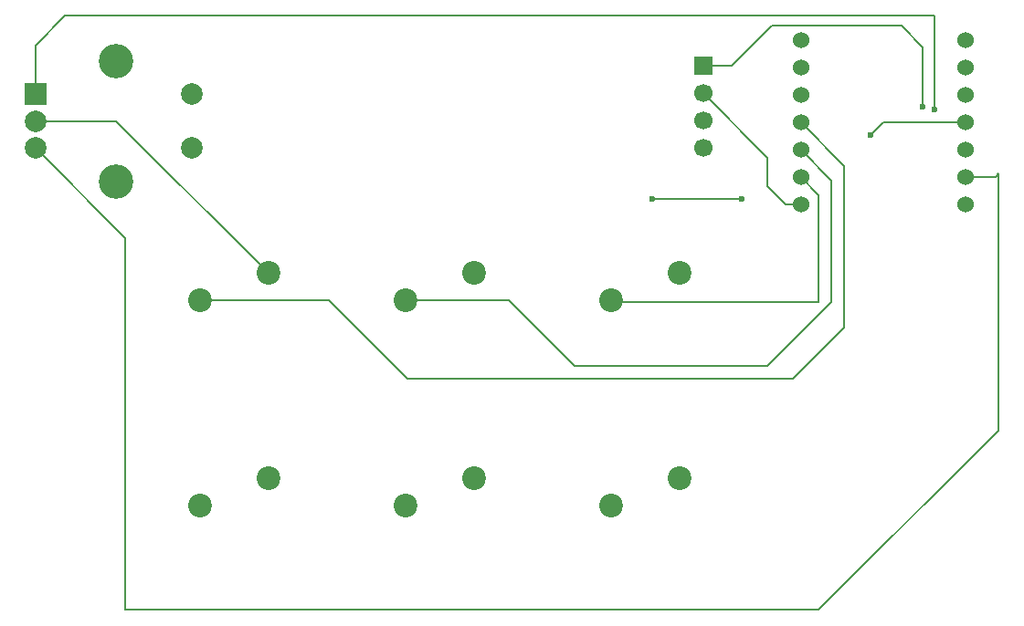
<source format=gbr>
%TF.GenerationSoftware,KiCad,Pcbnew,9.0.7*%
%TF.CreationDate,2026-01-28T20:07:14-06:00*%
%TF.ProjectId,MicroPad actual,4d696372-6f50-4616-9420-61637475616c,rev?*%
%TF.SameCoordinates,Original*%
%TF.FileFunction,Copper,L2,Bot*%
%TF.FilePolarity,Positive*%
%FSLAX46Y46*%
G04 Gerber Fmt 4.6, Leading zero omitted, Abs format (unit mm)*
G04 Created by KiCad (PCBNEW 9.0.7) date 2026-01-28 20:07:14*
%MOMM*%
%LPD*%
G01*
G04 APERTURE LIST*
%TA.AperFunction,ComponentPad*%
%ADD10R,2.000000X2.000000*%
%TD*%
%TA.AperFunction,ComponentPad*%
%ADD11C,2.000000*%
%TD*%
%TA.AperFunction,ComponentPad*%
%ADD12C,3.200000*%
%TD*%
%TA.AperFunction,ComponentPad*%
%ADD13C,2.200000*%
%TD*%
%TA.AperFunction,ComponentPad*%
%ADD14C,1.524000*%
%TD*%
%TA.AperFunction,ComponentPad*%
%ADD15R,1.700000X1.700000*%
%TD*%
%TA.AperFunction,ComponentPad*%
%ADD16C,1.700000*%
%TD*%
%TA.AperFunction,ViaPad*%
%ADD17C,0.600000*%
%TD*%
%TA.AperFunction,Conductor*%
%ADD18C,0.200000*%
%TD*%
G04 APERTURE END LIST*
D10*
%TO.P,SW7,A,A*%
%TO.N,Net-(U1-GPIO4{slash}MISO)*%
X85725000Y-37862500D03*
D11*
%TO.P,SW7,B,B*%
%TO.N,Net-(U1-GPIO2{slash}SCK)*%
X85725000Y-42862500D03*
%TO.P,SW7,C,C*%
%TO.N,GND*%
X85725000Y-40362500D03*
D12*
%TO.P,SW7,MP*%
%TO.N,N/C*%
X93225000Y-34762500D03*
X93225000Y-45962500D03*
D11*
%TO.P,SW7,S1*%
X100225000Y-42862500D03*
%TO.P,SW7,S2*%
X100225000Y-37862500D03*
%TD*%
D13*
%TO.P,SW3,1,1*%
%TO.N,GND*%
X145415000Y-73501250D03*
%TO.P,SW3,2,2*%
%TO.N,Net-(U1-GPIO28{slash}ADC2{slash}A2)*%
X139065000Y-76041250D03*
%TD*%
%TO.P,SW6,1,1*%
%TO.N,GND*%
X145415000Y-54451250D03*
%TO.P,SW6,2,2*%
%TO.N,Net-(U1-GPIO7{slash}SCL)*%
X139065000Y-56991250D03*
%TD*%
%TO.P,SW1,1,1*%
%TO.N,GND*%
X107315000Y-73501250D03*
%TO.P,SW1,2,2*%
%TO.N,Net-(U1-GPIO26{slash}ADC0{slash}A0)*%
X100965000Y-76041250D03*
%TD*%
%TO.P,SW5,1,1*%
%TO.N,GND*%
X126365000Y-54451250D03*
%TO.P,SW5,2,2*%
%TO.N,Net-(U1-GPIO6{slash}SDA)*%
X120015000Y-56991250D03*
%TD*%
D14*
%TO.P,U1,1,GPIO26/ADC0/A0*%
%TO.N,Net-(U1-GPIO26{slash}ADC0{slash}A0)*%
X156686250Y-32861250D03*
%TO.P,U1,2,GPIO27/ADC1/A1*%
%TO.N,Net-(U1-GPIO27{slash}ADC1{slash}A1)*%
X156686250Y-35401250D03*
%TO.P,U1,3,GPIO28/ADC2/A2*%
%TO.N,Net-(U1-GPIO28{slash}ADC2{slash}A2)*%
X156686250Y-37941250D03*
%TO.P,U1,4,GPIO29/ADC3/A3*%
%TO.N,Net-(U1-GPIO29{slash}ADC3{slash}A3)*%
X156686250Y-40481250D03*
%TO.P,U1,5,GPIO6/SDA*%
%TO.N,Net-(U1-GPIO6{slash}SDA)*%
X156686250Y-43021250D03*
%TO.P,U1,6,GPIO7/SCL*%
%TO.N,Net-(U1-GPIO7{slash}SCL)*%
X156686250Y-45561250D03*
%TO.P,U1,7,GPIO0/TX*%
%TO.N,Net-(J1-Pin_2)*%
X156686250Y-48101250D03*
%TO.P,U1,8,GPIO1/RX*%
%TO.N,Net-(J1-Pin_1)*%
X171926250Y-48101250D03*
%TO.P,U1,9,GPIO2/SCK*%
%TO.N,Net-(U1-GPIO2{slash}SCK)*%
X171926250Y-45561250D03*
%TO.P,U1,10,GPIO4/MISO*%
%TO.N,Net-(U1-GPIO4{slash}MISO)*%
X171926250Y-43021250D03*
%TO.P,U1,11,GPIO3/MOSI*%
%TO.N,Net-(D1-DIN)*%
X171926250Y-40481250D03*
%TO.P,U1,12,3V3*%
%TO.N,unconnected-(U1-3V3-Pad12)*%
X171926250Y-37941250D03*
%TO.P,U1,13,GND*%
%TO.N,GND*%
X171926250Y-35401250D03*
%TO.P,U1,14,VBUS*%
%TO.N,+5V*%
X171926250Y-32861250D03*
%TD*%
D15*
%TO.P,J1,1,Pin_1*%
%TO.N,Net-(J1-Pin_1)*%
X147637500Y-35242500D03*
D16*
%TO.P,J1,2,Pin_2*%
%TO.N,Net-(J1-Pin_2)*%
X147637500Y-37782500D03*
%TO.P,J1,3,Pin_3*%
%TO.N,VCC*%
X147637500Y-40322500D03*
%TO.P,J1,4,Pin_4*%
%TO.N,GND*%
X147637500Y-42862500D03*
%TD*%
D13*
%TO.P,SW2,1,1*%
%TO.N,GND*%
X126365000Y-73501250D03*
%TO.P,SW2,2,2*%
%TO.N,Net-(U1-GPIO27{slash}ADC1{slash}A1)*%
X120015000Y-76041250D03*
%TD*%
%TO.P,SW4,1,1*%
%TO.N,GND*%
X107315000Y-54451250D03*
%TO.P,SW4,2,2*%
%TO.N,Net-(U1-GPIO29{slash}ADC3{slash}A3)*%
X100965000Y-56991250D03*
%TD*%
D17*
%TO.N,VCC*%
X151212550Y-47626000D03*
X142878000Y-47626000D03*
%TO.N,Net-(D1-DIN)*%
X163119050Y-41672750D03*
%TO.N,Net-(J1-Pin_1)*%
X168000000Y-39000000D03*
%TO.N,Net-(U1-GPIO4{slash}MISO)*%
X169072300Y-39291450D03*
X169072300Y-39291450D03*
X169072300Y-39291450D03*
%TD*%
D18*
%TO.N,VCC*%
X151212550Y-47626000D02*
X142878000Y-47626000D01*
%TO.N,GND*%
X85725000Y-40362500D02*
X93226250Y-40362500D01*
X93226250Y-40362500D02*
X107315000Y-54451250D01*
%TO.N,Net-(D1-DIN)*%
X163119050Y-41672750D02*
X164310550Y-40481250D01*
X164310550Y-40481250D02*
X171926250Y-40481250D01*
%TO.N,Net-(J1-Pin_1)*%
X168000000Y-33500000D02*
X168000000Y-39000000D01*
X166000000Y-31500000D02*
X168000000Y-33500000D01*
X154000000Y-31500000D02*
X166000000Y-31500000D01*
X147637500Y-35242500D02*
X150257500Y-35242500D01*
X150257500Y-35242500D02*
X154000000Y-31500000D01*
%TO.N,Net-(J1-Pin_2)*%
X153593850Y-46435350D02*
X155259750Y-48101250D01*
X155259750Y-48101250D02*
X156686250Y-48101250D01*
X147637500Y-37782500D02*
X153593850Y-43738850D01*
X153593850Y-43738850D02*
X153593850Y-46435350D01*
%TO.N,Net-(U1-GPIO29{slash}ADC3{slash}A3)*%
X112951800Y-56991250D02*
X120255650Y-64295100D01*
X155975150Y-64295100D02*
X160737750Y-59532500D01*
X160737750Y-44532750D02*
X156686250Y-40481250D01*
X160737750Y-59532500D02*
X160737750Y-44532750D01*
X100965000Y-56991250D02*
X112951800Y-56991250D01*
X120255650Y-64295100D02*
X155975150Y-64295100D01*
%TO.N,Net-(U1-GPIO6{slash}SDA)*%
X159547100Y-57151200D02*
X159547100Y-45882100D01*
X120015000Y-56991250D02*
X129620900Y-56991250D01*
X159547100Y-45882100D02*
X156686250Y-43021250D01*
X153593850Y-63104450D02*
X159547100Y-57151200D01*
X135734100Y-63104450D02*
X153593850Y-63104450D01*
X129620900Y-56991250D02*
X135734100Y-63104450D01*
%TO.N,Net-(U1-GPIO7{slash}SCL)*%
X139065000Y-56991250D02*
X139224950Y-57151200D01*
X158356450Y-47231450D02*
X156686250Y-45561250D01*
X158356450Y-57151200D02*
X158356450Y-47231450D01*
X139224950Y-57151200D02*
X158356450Y-57151200D01*
%TO.N,Net-(U1-GPIO2{slash}SCK)*%
X175025550Y-45244700D02*
X174709000Y-45561250D01*
X158356450Y-85726800D02*
X175025550Y-69057700D01*
X94061350Y-51198850D02*
X94061350Y-85726800D01*
X174709000Y-45561250D02*
X171926250Y-45561250D01*
X94061350Y-85726800D02*
X158356450Y-85726800D01*
X85725000Y-42862500D02*
X94061350Y-51198850D01*
X175025550Y-69057700D02*
X175025550Y-45244700D01*
%TO.N,Net-(U1-GPIO4{slash}MISO)*%
X85725000Y-37862500D02*
X85725000Y-33340000D01*
X88487750Y-30577250D02*
X169072300Y-30577250D01*
X85725000Y-33340000D02*
X88487750Y-30577250D01*
X169072300Y-30577250D02*
X169072300Y-32147550D01*
X169072300Y-32147550D02*
X169072300Y-39291450D01*
%TD*%
M02*

</source>
